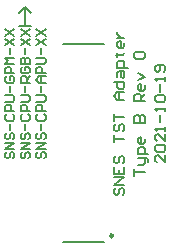
<source format=gto>
G04*
G04 #@! TF.GenerationSoftware,Altium Limited,Altium Designer,21.7.2 (23)*
G04*
G04 Layer_Color=65535*
%FSAX44Y44*%
%MOMM*%
G71*
G04*
G04 #@! TF.SameCoordinates,8073F22B-F9D6-4515-8FA4-32CADCE011FE*
G04*
G04*
G04 #@! TF.FilePolarity,Positive*
G04*
G01*
G75*
%ADD10C,0.2500*%
%ADD11C,0.1524*%
%ADD12C,0.1500*%
D10*
X00856750Y00375250D02*
G03*
X00856750Y00375250I-00001250J00000000D01*
G01*
D11*
X00814250Y00537250D02*
X00849250D01*
X00814250Y00369750D02*
X00849250D01*
D12*
X00782500Y00569125D02*
X00787499Y00564126D01*
X00782500Y00552875D02*
Y00569125D01*
X00777500Y00552875D02*
X00787500D01*
X00777501Y00564126D02*
X00782500Y00569125D01*
X00858962Y00415520D02*
X00857462Y00414021D01*
Y00411022D01*
X00858962Y00409522D01*
X00860461D01*
X00861961Y00411022D01*
Y00414021D01*
X00863460Y00415520D01*
X00864960D01*
X00866459Y00414021D01*
Y00411022D01*
X00864960Y00409522D01*
X00866459Y00418519D02*
X00857462D01*
X00866459Y00424518D01*
X00857462D01*
Y00433515D02*
Y00427517D01*
X00866459D01*
Y00433515D01*
X00861961Y00427517D02*
Y00430516D01*
X00858962Y00442512D02*
X00857462Y00441012D01*
Y00438013D01*
X00858962Y00436514D01*
X00860461D01*
X00861961Y00438013D01*
Y00441012D01*
X00863460Y00442512D01*
X00864960D01*
X00866459Y00441012D01*
Y00438013D01*
X00864960Y00436514D01*
X00857462Y00454508D02*
Y00460506D01*
Y00457507D01*
X00866459D01*
X00858962Y00469503D02*
X00857462Y00468003D01*
Y00465004D01*
X00858962Y00463505D01*
X00860461D01*
X00861961Y00465004D01*
Y00468003D01*
X00863460Y00469503D01*
X00864960D01*
X00866459Y00468003D01*
Y00465004D01*
X00864960Y00463505D01*
X00857462Y00472502D02*
Y00478500D01*
Y00475501D01*
X00866459D01*
Y00490496D02*
X00860461D01*
X00857462Y00493495D01*
X00860461Y00496494D01*
X00866459D01*
X00861961D01*
Y00490496D01*
X00857462Y00505491D02*
X00866459D01*
Y00500993D01*
X00864960Y00499493D01*
X00861961D01*
X00860461Y00500993D01*
Y00505491D01*
Y00509990D02*
Y00512989D01*
X00861961Y00514488D01*
X00866459D01*
Y00509990D01*
X00864960Y00508490D01*
X00863460Y00509990D01*
Y00514488D01*
X00869458Y00517487D02*
X00860461D01*
Y00521986D01*
X00861961Y00523485D01*
X00864960D01*
X00866459Y00521986D01*
Y00517487D01*
X00858962Y00527984D02*
X00860461D01*
Y00526484D01*
Y00529483D01*
Y00527984D01*
X00864960D01*
X00866459Y00529483D01*
Y00538481D02*
Y00535482D01*
X00864960Y00533982D01*
X00861961D01*
X00860461Y00535482D01*
Y00538481D01*
X00861961Y00539980D01*
X00863460D01*
Y00533982D01*
X00860461Y00542979D02*
X00866459D01*
X00863460D01*
X00861961Y00544479D01*
X00860461Y00545978D01*
Y00547478D01*
X00874857Y00426017D02*
Y00432015D01*
Y00429016D01*
X00883855D01*
X00877857Y00435014D02*
X00882355D01*
X00883855Y00436514D01*
Y00441012D01*
X00885354D01*
X00886854Y00439513D01*
Y00438013D01*
X00883855Y00441012D02*
X00877857D01*
X00886854Y00444011D02*
X00877857D01*
Y00448510D01*
X00879356Y00450009D01*
X00882355D01*
X00883855Y00448510D01*
Y00444011D01*
Y00457507D02*
Y00454508D01*
X00882355Y00453008D01*
X00879356D01*
X00877857Y00454508D01*
Y00457507D01*
X00879356Y00459006D01*
X00880856D01*
Y00453008D01*
X00874857Y00471002D02*
X00883855D01*
Y00475501D01*
X00882355Y00477001D01*
X00880856D01*
X00879356Y00475501D01*
Y00471002D01*
Y00475501D01*
X00877857Y00477001D01*
X00876357D01*
X00874857Y00475501D01*
Y00471002D01*
X00883855Y00488997D02*
X00874857D01*
Y00493495D01*
X00876357Y00494995D01*
X00879356D01*
X00880856Y00493495D01*
Y00488997D01*
Y00491996D02*
X00883855Y00494995D01*
Y00502492D02*
Y00499493D01*
X00882355Y00497994D01*
X00879356D01*
X00877857Y00499493D01*
Y00502492D01*
X00879356Y00503992D01*
X00880856D01*
Y00497994D01*
X00877857Y00506991D02*
X00883855Y00509990D01*
X00877857Y00512989D01*
X00876357Y00524985D02*
X00874857Y00526484D01*
Y00529483D01*
X00876357Y00530983D01*
X00882355D01*
X00883855Y00529483D01*
Y00526484D01*
X00882355Y00524985D01*
X00876357D01*
X00901250Y00443261D02*
Y00437263D01*
X00895252Y00443261D01*
X00893753D01*
X00892253Y00441762D01*
Y00438763D01*
X00893753Y00437263D01*
Y00446260D02*
X00892253Y00447760D01*
Y00450759D01*
X00893753Y00452258D01*
X00899751D01*
X00901250Y00450759D01*
Y00447760D01*
X00899751Y00446260D01*
X00893753D01*
X00901250Y00461256D02*
Y00455257D01*
X00895252Y00461256D01*
X00893753D01*
X00892253Y00459756D01*
Y00456757D01*
X00893753Y00455257D01*
X00901250Y00464255D02*
Y00467254D01*
Y00465754D01*
X00892253D01*
X00893753Y00464255D01*
X00896751Y00471752D02*
Y00477750D01*
X00901250Y00480749D02*
Y00483748D01*
Y00482249D01*
X00892253D01*
X00893753Y00480749D01*
Y00488247D02*
X00892253Y00489746D01*
Y00492745D01*
X00893753Y00494245D01*
X00899751D01*
X00901250Y00492745D01*
Y00489746D01*
X00899751Y00488247D01*
X00893753D01*
X00896751Y00497244D02*
Y00503242D01*
X00901250Y00506241D02*
Y00509240D01*
Y00507741D01*
X00892253D01*
X00893753Y00506241D01*
X00899751Y00513739D02*
X00901250Y00515238D01*
Y00518237D01*
X00899751Y00519737D01*
X00893753D01*
X00892253Y00518237D01*
Y00515238D01*
X00893753Y00513739D01*
X00895252D01*
X00896751Y00515238D01*
Y00519737D01*
X00766692Y00446082D02*
X00765359Y00444749D01*
Y00442083D01*
X00766692Y00440750D01*
X00768025D01*
X00769358Y00442083D01*
Y00444749D01*
X00770690Y00446082D01*
X00772023D01*
X00773356Y00444749D01*
Y00442083D01*
X00772023Y00440750D01*
X00773356Y00448747D02*
X00765359D01*
X00773356Y00454079D01*
X00765359D01*
X00766692Y00462076D02*
X00765359Y00460744D01*
Y00458078D01*
X00766692Y00456745D01*
X00768025D01*
X00769358Y00458078D01*
Y00460744D01*
X00770690Y00462076D01*
X00772023D01*
X00773356Y00460744D01*
Y00458078D01*
X00772023Y00456745D01*
X00769358Y00464742D02*
Y00470074D01*
X00766692Y00478071D02*
X00765359Y00476739D01*
Y00474073D01*
X00766692Y00472740D01*
X00772023D01*
X00773356Y00474073D01*
Y00476739D01*
X00772023Y00478071D01*
X00773356Y00480737D02*
X00765359D01*
Y00484736D01*
X00766692Y00486069D01*
X00769358D01*
X00770690Y00484736D01*
Y00480737D01*
X00765359Y00488735D02*
X00772023D01*
X00773356Y00490067D01*
Y00492733D01*
X00772023Y00494066D01*
X00765359D01*
X00769358Y00496732D02*
Y00502064D01*
X00766692Y00510061D02*
X00765359Y00508728D01*
Y00506062D01*
X00766692Y00504729D01*
X00772023D01*
X00773356Y00506062D01*
Y00508728D01*
X00772023Y00510061D01*
X00769358D01*
Y00507395D01*
X00773356Y00512727D02*
X00765359D01*
Y00516726D01*
X00766692Y00518059D01*
X00769358D01*
X00770690Y00516726D01*
Y00512727D01*
X00773356Y00520724D02*
X00765359D01*
X00768025Y00523390D01*
X00765359Y00526056D01*
X00773356D01*
X00769358Y00528722D02*
Y00534053D01*
X00765359Y00536719D02*
X00773356Y00542051D01*
X00765359D02*
X00773356Y00536719D01*
X00765359Y00544716D02*
X00773356Y00550048D01*
X00765359D02*
X00773356Y00544716D01*
X00779889Y00446082D02*
X00778556Y00444749D01*
Y00442083D01*
X00779889Y00440750D01*
X00781221D01*
X00782554Y00442083D01*
Y00444749D01*
X00783887Y00446082D01*
X00785220D01*
X00786553Y00444749D01*
Y00442083D01*
X00785220Y00440750D01*
X00786553Y00448747D02*
X00778556D01*
X00786553Y00454079D01*
X00778556D01*
X00779889Y00462076D02*
X00778556Y00460744D01*
Y00458078D01*
X00779889Y00456745D01*
X00781221D01*
X00782554Y00458078D01*
Y00460744D01*
X00783887Y00462076D01*
X00785220D01*
X00786553Y00460744D01*
Y00458078D01*
X00785220Y00456745D01*
X00782554Y00464742D02*
Y00470074D01*
X00779889Y00478071D02*
X00778556Y00476739D01*
Y00474073D01*
X00779889Y00472740D01*
X00785220D01*
X00786553Y00474073D01*
Y00476739D01*
X00785220Y00478071D01*
X00786553Y00480737D02*
X00778556D01*
Y00484736D01*
X00779889Y00486069D01*
X00782554D01*
X00783887Y00484736D01*
Y00480737D01*
X00778556Y00488735D02*
X00785220D01*
X00786553Y00490067D01*
Y00492733D01*
X00785220Y00494066D01*
X00778556D01*
X00782554Y00496732D02*
Y00502064D01*
X00786553Y00504729D02*
X00778556D01*
Y00508728D01*
X00779889Y00510061D01*
X00782554D01*
X00783887Y00508728D01*
Y00504729D01*
Y00507395D02*
X00786553Y00510061D01*
X00779889Y00518059D02*
X00778556Y00516726D01*
Y00514060D01*
X00779889Y00512727D01*
X00785220D01*
X00786553Y00514060D01*
Y00516726D01*
X00785220Y00518059D01*
X00782554D01*
Y00515393D01*
X00778556Y00520724D02*
X00786553D01*
Y00524723D01*
X00785220Y00526056D01*
X00783887D01*
X00782554Y00524723D01*
Y00520724D01*
Y00524723D01*
X00781221Y00526056D01*
X00779889D01*
X00778556Y00524723D01*
Y00520724D01*
X00782554Y00528722D02*
Y00534053D01*
X00778556Y00536719D02*
X00786553Y00542051D01*
X00778556D02*
X00786553Y00536719D01*
X00778556Y00544716D02*
X00786553Y00550048D01*
X00778556D02*
X00786553Y00544716D01*
X00793085Y00446082D02*
X00791752Y00444749D01*
Y00442083D01*
X00793085Y00440750D01*
X00794418D01*
X00795751Y00442083D01*
Y00444749D01*
X00797084Y00446082D01*
X00798417D01*
X00799750Y00444749D01*
Y00442083D01*
X00798417Y00440750D01*
X00799750Y00448747D02*
X00791752D01*
X00799750Y00454079D01*
X00791752D01*
X00793085Y00462076D02*
X00791752Y00460744D01*
Y00458078D01*
X00793085Y00456745D01*
X00794418D01*
X00795751Y00458078D01*
Y00460744D01*
X00797084Y00462076D01*
X00798417D01*
X00799750Y00460744D01*
Y00458078D01*
X00798417Y00456745D01*
X00795751Y00464742D02*
Y00470074D01*
X00793085Y00478071D02*
X00791752Y00476739D01*
Y00474073D01*
X00793085Y00472740D01*
X00798417D01*
X00799750Y00474073D01*
Y00476739D01*
X00798417Y00478071D01*
X00799750Y00480737D02*
X00791752D01*
Y00484736D01*
X00793085Y00486069D01*
X00795751D01*
X00797084Y00484736D01*
Y00480737D01*
X00791752Y00488735D02*
X00798417D01*
X00799750Y00490067D01*
Y00492733D01*
X00798417Y00494066D01*
X00791752D01*
X00795751Y00496732D02*
Y00502064D01*
X00799750Y00504729D02*
X00794418D01*
X00791752Y00507395D01*
X00794418Y00510061D01*
X00799750D01*
X00795751D01*
Y00504729D01*
X00799750Y00512727D02*
X00791752D01*
Y00516726D01*
X00793085Y00518059D01*
X00795751D01*
X00797084Y00516726D01*
Y00512727D01*
X00791752Y00520724D02*
X00798417D01*
X00799750Y00522057D01*
Y00524723D01*
X00798417Y00526056D01*
X00791752D01*
X00795751Y00528722D02*
Y00534053D01*
X00791752Y00536719D02*
X00799750Y00542051D01*
X00791752D02*
X00799750Y00536719D01*
X00791752Y00544716D02*
X00799750Y00550048D01*
X00791752D02*
X00799750Y00544716D01*
M02*

</source>
